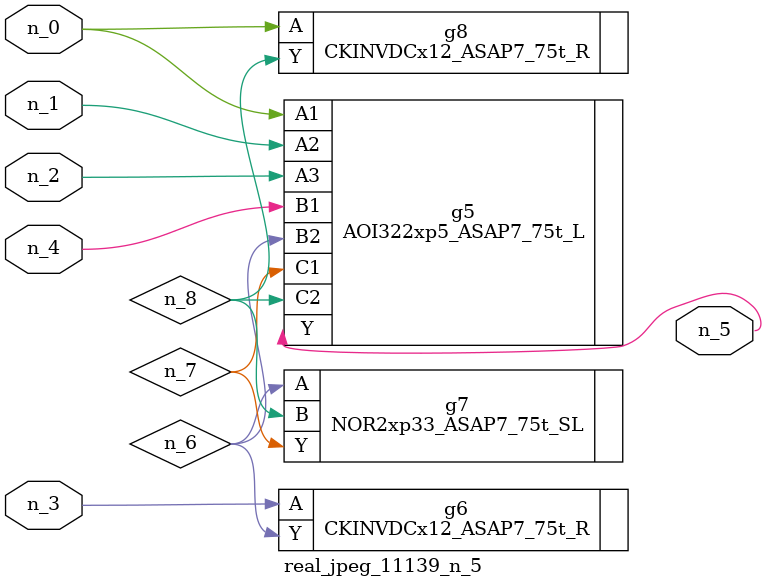
<source format=v>
module real_jpeg_11139_n_5 (n_4, n_0, n_1, n_2, n_3, n_5);

input n_4;
input n_0;
input n_1;
input n_2;
input n_3;

output n_5;

wire n_8;
wire n_6;
wire n_7;

AOI322xp5_ASAP7_75t_L g5 ( 
.A1(n_0),
.A2(n_1),
.A3(n_2),
.B1(n_4),
.B2(n_6),
.C1(n_7),
.C2(n_8),
.Y(n_5)
);

CKINVDCx12_ASAP7_75t_R g8 ( 
.A(n_0),
.Y(n_8)
);

CKINVDCx12_ASAP7_75t_R g6 ( 
.A(n_3),
.Y(n_6)
);

NOR2xp33_ASAP7_75t_SL g7 ( 
.A(n_6),
.B(n_8),
.Y(n_7)
);


endmodule
</source>
